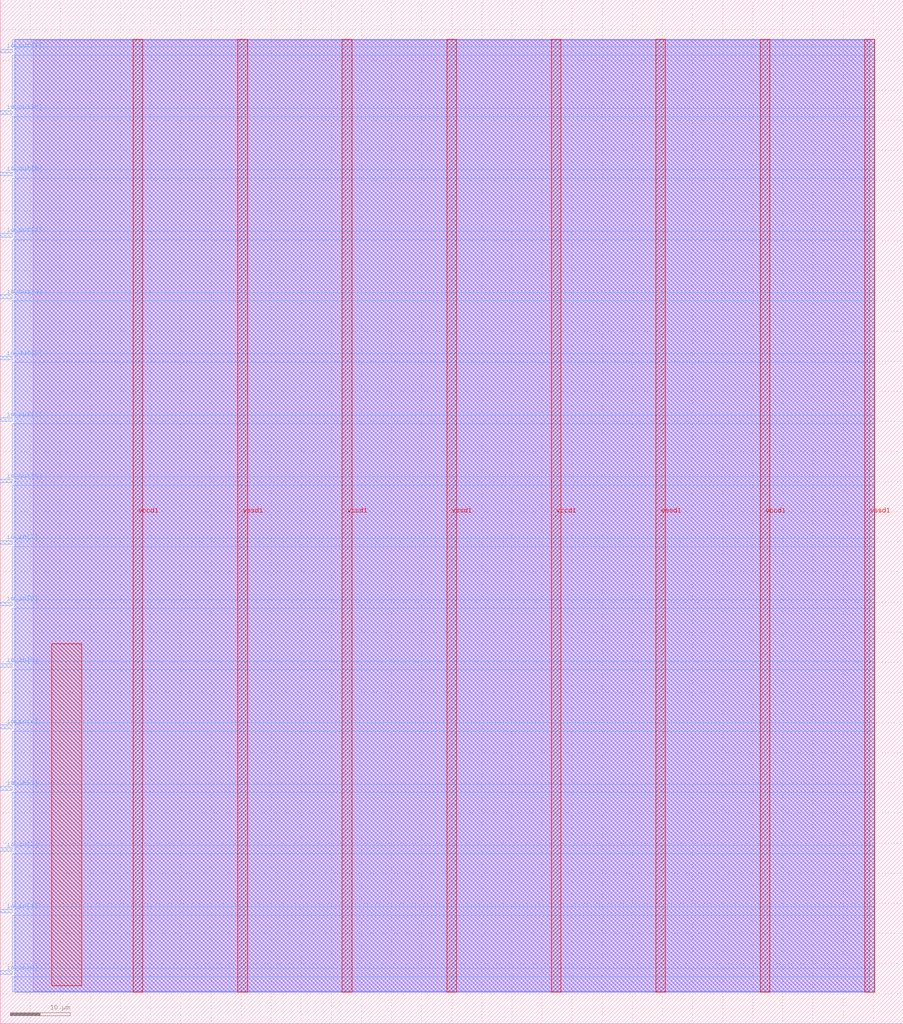
<source format=lef>
VERSION 5.7 ;
  NOWIREEXTENSIONATPIN ON ;
  DIVIDERCHAR "/" ;
  BUSBITCHARS "[]" ;
MACRO user_module_347144898258928211
  CLASS BLOCK ;
  FOREIGN user_module_347144898258928211 ;
  ORIGIN 0.000 0.000 ;
  SIZE 150.000 BY 170.000 ;
  PIN io_in[0]
    DIRECTION INPUT ;
    USE SIGNAL ;
    PORT
      LAYER met3 ;
        RECT 0.000 8.200 2.000 8.800 ;
    END
  END io_in[0]
  PIN io_in[1]
    DIRECTION INPUT ;
    USE SIGNAL ;
    PORT
      LAYER met3 ;
        RECT 0.000 18.400 2.000 19.000 ;
    END
  END io_in[1]
  PIN io_in[2]
    DIRECTION INPUT ;
    USE SIGNAL ;
    PORT
      LAYER met3 ;
        RECT 0.000 28.600 2.000 29.200 ;
    END
  END io_in[2]
  PIN io_in[3]
    DIRECTION INPUT ;
    USE SIGNAL ;
    PORT
      LAYER met3 ;
        RECT 0.000 38.800 2.000 39.400 ;
    END
  END io_in[3]
  PIN io_in[4]
    DIRECTION INPUT ;
    USE SIGNAL ;
    PORT
      LAYER met3 ;
        RECT 0.000 49.000 2.000 49.600 ;
    END
  END io_in[4]
  PIN io_in[5]
    DIRECTION INPUT ;
    USE SIGNAL ;
    PORT
      LAYER met3 ;
        RECT 0.000 59.200 2.000 59.800 ;
    END
  END io_in[5]
  PIN io_in[6]
    DIRECTION INPUT ;
    USE SIGNAL ;
    PORT
      LAYER met3 ;
        RECT 0.000 69.400 2.000 70.000 ;
    END
  END io_in[6]
  PIN io_in[7]
    DIRECTION INPUT ;
    USE SIGNAL ;
    PORT
      LAYER met3 ;
        RECT 0.000 79.600 2.000 80.200 ;
    END
  END io_in[7]
  PIN io_out[0]
    DIRECTION OUTPUT TRISTATE ;
    USE SIGNAL ;
    PORT
      LAYER met3 ;
        RECT 0.000 89.800 2.000 90.400 ;
    END
  END io_out[0]
  PIN io_out[1]
    DIRECTION OUTPUT TRISTATE ;
    USE SIGNAL ;
    PORT
      LAYER met3 ;
        RECT 0.000 100.000 2.000 100.600 ;
    END
  END io_out[1]
  PIN io_out[2]
    DIRECTION OUTPUT TRISTATE ;
    USE SIGNAL ;
    PORT
      LAYER met3 ;
        RECT 0.000 110.200 2.000 110.800 ;
    END
  END io_out[2]
  PIN io_out[3]
    DIRECTION OUTPUT TRISTATE ;
    USE SIGNAL ;
    PORT
      LAYER met3 ;
        RECT 0.000 120.400 2.000 121.000 ;
    END
  END io_out[3]
  PIN io_out[4]
    DIRECTION OUTPUT TRISTATE ;
    USE SIGNAL ;
    PORT
      LAYER met3 ;
        RECT 0.000 130.600 2.000 131.200 ;
    END
  END io_out[4]
  PIN io_out[5]
    DIRECTION OUTPUT TRISTATE ;
    USE SIGNAL ;
    PORT
      LAYER met3 ;
        RECT 0.000 140.800 2.000 141.400 ;
    END
  END io_out[5]
  PIN io_out[6]
    DIRECTION OUTPUT TRISTATE ;
    USE SIGNAL ;
    PORT
      LAYER met3 ;
        RECT 0.000 151.000 2.000 151.600 ;
    END
  END io_out[6]
  PIN io_out[7]
    DIRECTION OUTPUT TRISTATE ;
    USE SIGNAL ;
    PORT
      LAYER met3 ;
        RECT 0.000 161.200 2.000 161.800 ;
    END
  END io_out[7]
  PIN vccd1
    DIRECTION INOUT ;
    USE POWER ;
    PORT
      LAYER met4 ;
        RECT 22.085 5.200 23.685 163.440 ;
    END
    PORT
      LAYER met4 ;
        RECT 56.815 5.200 58.415 163.440 ;
    END
    PORT
      LAYER met4 ;
        RECT 91.545 5.200 93.145 163.440 ;
    END
    PORT
      LAYER met4 ;
        RECT 126.275 5.200 127.875 163.440 ;
    END
  END vccd1
  PIN vssd1
    DIRECTION INOUT ;
    USE GROUND ;
    PORT
      LAYER met4 ;
        RECT 39.450 5.200 41.050 163.440 ;
    END
    PORT
      LAYER met4 ;
        RECT 74.180 5.200 75.780 163.440 ;
    END
    PORT
      LAYER met4 ;
        RECT 108.910 5.200 110.510 163.440 ;
    END
    PORT
      LAYER met4 ;
        RECT 143.640 5.200 145.240 163.440 ;
    END
  END vssd1
  OBS
      LAYER li1 ;
        RECT 5.520 5.355 144.440 163.285 ;
      LAYER met1 ;
        RECT 2.370 5.200 145.240 163.440 ;
      LAYER met2 ;
        RECT 2.390 5.255 145.210 163.385 ;
      LAYER met3 ;
        RECT 2.000 162.200 145.230 163.365 ;
        RECT 2.400 160.800 145.230 162.200 ;
        RECT 2.000 152.000 145.230 160.800 ;
        RECT 2.400 150.600 145.230 152.000 ;
        RECT 2.000 141.800 145.230 150.600 ;
        RECT 2.400 140.400 145.230 141.800 ;
        RECT 2.000 131.600 145.230 140.400 ;
        RECT 2.400 130.200 145.230 131.600 ;
        RECT 2.000 121.400 145.230 130.200 ;
        RECT 2.400 120.000 145.230 121.400 ;
        RECT 2.000 111.200 145.230 120.000 ;
        RECT 2.400 109.800 145.230 111.200 ;
        RECT 2.000 101.000 145.230 109.800 ;
        RECT 2.400 99.600 145.230 101.000 ;
        RECT 2.000 90.800 145.230 99.600 ;
        RECT 2.400 89.400 145.230 90.800 ;
        RECT 2.000 80.600 145.230 89.400 ;
        RECT 2.400 79.200 145.230 80.600 ;
        RECT 2.000 70.400 145.230 79.200 ;
        RECT 2.400 69.000 145.230 70.400 ;
        RECT 2.000 60.200 145.230 69.000 ;
        RECT 2.400 58.800 145.230 60.200 ;
        RECT 2.000 50.000 145.230 58.800 ;
        RECT 2.400 48.600 145.230 50.000 ;
        RECT 2.000 39.800 145.230 48.600 ;
        RECT 2.400 38.400 145.230 39.800 ;
        RECT 2.000 29.600 145.230 38.400 ;
        RECT 2.400 28.200 145.230 29.600 ;
        RECT 2.000 19.400 145.230 28.200 ;
        RECT 2.400 18.000 145.230 19.400 ;
        RECT 2.000 9.200 145.230 18.000 ;
        RECT 2.400 7.800 145.230 9.200 ;
        RECT 2.000 5.275 145.230 7.800 ;
      LAYER met4 ;
        RECT 8.575 6.295 13.505 63.065 ;
  END
END user_module_347144898258928211
END LIBRARY


</source>
